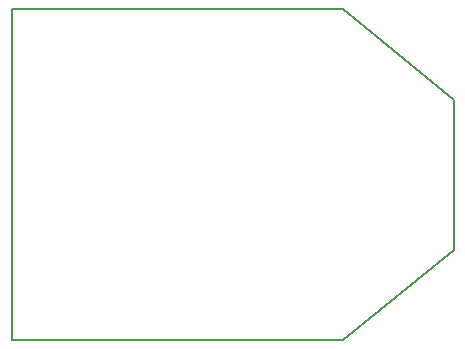
<source format=gko>
G04 DipTrace 2.4.0.2*
%INBoardOutline.gbr*%
%MOIN*%
%ADD11C,0.0055*%
%FSLAX44Y44*%
G04*
G70*
G90*
G75*
G01*
%LNBoardOutline*%
%LPD*%
X3940Y14960D2*
D11*
Y3940D1*
X14960D1*
X18660Y6950D1*
Y11950D1*
X14960Y14960D1*
X3940D1*
M02*

</source>
